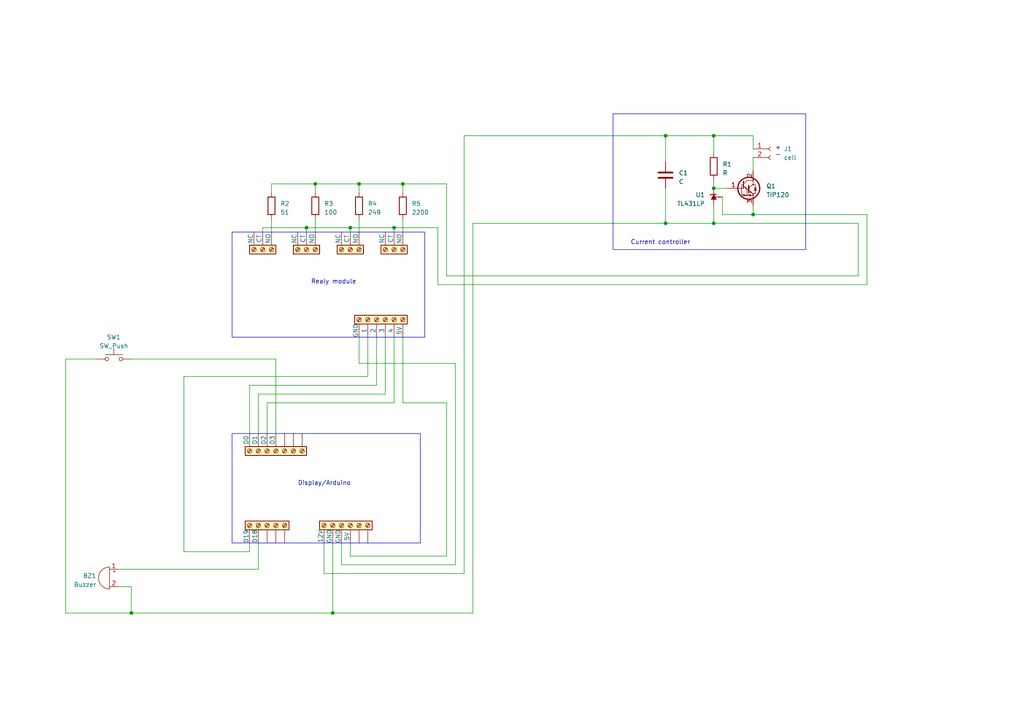
<source format=kicad_sch>
(kicad_sch (version 20230121) (generator eeschema)
  (paper "A4")
  (lib_symbols
    (symbol "Connector:Conn_01x02_Socket" (pin_names (offset 1.016) hide)
      (property "Reference" "J" (at 0 2.54 0))
      (property "Value" "Conn_01x02_Socket" (at 0 -5.08 0))
      (symbol "Conn_01x02_Socket_1_1"
        (arc (start 0 -2.032) (mid -0.5058 -2.54) (end 0 -3.048) (stroke (width 0.1524)))
        (polyline (pts (xy -1.27 -2.54) (xy -0.508 -2.54)) (stroke (width 0.1524)))
        (polyline (pts (xy -1.27 0) (xy -0.508 0)) (stroke (width 0.1524)))
        (arc (start 0 0.508) (mid -0.5058 0) (end 0 -0.508) (stroke (width 0.1524)))
        (pin passive line (at -5.08 0 0) (length 3.81) (name "Pin_1") (number "1"))
        (pin passive line (at -5.08 -2.54 0) (length 3.81) (name "Pin_2") (number "2"))
      )
    )
    (symbol "Connector:Screw_Terminal_01x05" (pin_numbers hide) (pin_names (offset 0))
      (property "Reference" "J12" (at 5.08 0 90))
      (symbol "Screw_Terminal_01x05_1_1"
        (rectangle (start -1.27 6.35) (end 1.27 -6.35) (stroke (width 0.254)) (fill (type background)))
        (circle (center 0 -5.08) (radius 0.635) (stroke (width 0.1524)))
        (circle (center 0 -2.54) (radius 0.635) (stroke (width 0.1524)))
        (polyline (pts (xy -0.5334 -4.7498) (xy 0.3302 -5.588)) (stroke (width 0.1524)))
        (polyline (pts (xy -0.5334 -2.2098) (xy 0.3302 -3.048)) (stroke (width 0.1524)))
        (polyline (pts (xy -0.5334 0.3302) (xy 0.3302 -0.508)) (stroke (width 0.1524)))
        (polyline (pts (xy -0.5334 2.8702) (xy 0.3302 2.032)) (stroke (width 0.1524)))
        (polyline (pts (xy -0.5334 5.4102) (xy 0.3302 4.572)) (stroke (width 0.1524)))
        (polyline (pts (xy -0.3556 -4.572) (xy 0.508 -5.4102)) (stroke (width 0.1524)))
        (polyline (pts (xy -0.3556 -2.032) (xy 0.508 -2.8702)) (stroke (width 0.1524)))
        (polyline (pts (xy -0.3556 0.508) (xy 0.508 -0.3302)) (stroke (width 0.1524)))
        (polyline (pts (xy -0.3556 3.048) (xy 0.508 2.2098)) (stroke (width 0.1524)))
        (polyline (pts (xy -0.3556 5.588) (xy 0.508 4.7498)) (stroke (width 0.1524)))
        (circle (center 0 0) (radius 0.635) (stroke (width 0.1524)))
        (circle (center 0 2.54) (radius 0.635) (stroke (width 0.1524)))
        (circle (center 0 5.08) (radius 0.635) (stroke (width 0.1524)))
        (pin passive line (at -5.08 5.08 0) (length 3.81) (name "D19") (number "1"))
        (pin passive line (at -5.08 2.54 0) (length 3.81) (name "D18") (number "2"))
        (pin passive line (at -5.08 0 0) (length 3.81) (name "") (number "3"))
        (pin passive line (at -5.08 -2.54 0) (length 3.81) (name "") (number "4"))
        (pin passive line (at -5.08 -5.08 0) (length 3.81) (name "") (number "5"))
      )
    )
    (symbol "Connector:Screw_Terminal_01x06" (pin_numbers hide) (pin_names (offset 0))
      (symbol "Screw_Terminal_01x06_1_1"
        (rectangle (start -1.27 6.35) (end 1.27 -8.89) (stroke (width 0.254)) (fill (type background)))
        (circle (center 0 -7.62) (radius 0.635) (stroke (width 0.1524)))
        (circle (center 0 -5.08) (radius 0.635) (stroke (width 0.1524)))
        (circle (center 0 -2.54) (radius 0.635) (stroke (width 0.1524)))
        (polyline (pts (xy -0.5334 -7.2898) (xy 0.3302 -8.128)) (stroke (width 0.1524)))
        (polyline (pts (xy -0.5334 -4.7498) (xy 0.3302 -5.588)) (stroke (width 0.1524)))
        (polyline (pts (xy -0.5334 -2.2098) (xy 0.3302 -3.048)) (stroke (width 0.1524)))
        (polyline (pts (xy -0.5334 0.3302) (xy 0.3302 -0.508)) (stroke (width 0.1524)))
        (polyline (pts (xy -0.5334 2.8702) (xy 0.3302 2.032)) (stroke (width 0.1524)))
        (polyline (pts (xy -0.5334 5.4102) (xy 0.3302 4.572)) (stroke (width 0.1524)))
        (polyline (pts (xy -0.3556 -7.112) (xy 0.508 -7.9502)) (stroke (width 0.1524)))
        (polyline (pts (xy -0.3556 -4.572) (xy 0.508 -5.4102)) (stroke (width 0.1524)))
        (polyline (pts (xy -0.3556 -2.032) (xy 0.508 -2.8702)) (stroke (width 0.1524)))
        (polyline (pts (xy -0.3556 0.508) (xy 0.508 -0.3302)) (stroke (width 0.1524)))
        (polyline (pts (xy -0.3556 3.048) (xy 0.508 2.2098)) (stroke (width 0.1524)))
        (polyline (pts (xy -0.3556 5.588) (xy 0.508 4.7498)) (stroke (width 0.1524)))
        (circle (center 0 0) (radius 0.635) (stroke (width 0.1524)))
        (circle (center 0 2.54) (radius 0.635) (stroke (width 0.1524)))
        (circle (center 0 5.08) (radius 0.635) (stroke (width 0.1524)))
        (pin passive line (at -5.08 5.08 0) (length 3.81) (name "GND") (number "1"))
        (pin passive line (at -5.08 2.54 0) (length 3.81) (name "1") (number "2"))
        (pin passive line (at -5.08 0 0) (length 3.81) (name "2") (number "3"))
        (pin passive line (at -5.08 -2.54 0) (length 3.81) (name "3") (number "4"))
        (pin passive line (at -5.08 -5.08 0) (length 3.81) (name "4") (number "5"))
        (pin passive line (at -5.08 -7.62 0) (length 3.81) (name "5V") (number "6"))
      )
    )
    (symbol "Connector:Screw_Terminal_01x07" (pin_numbers hide) (pin_names (offset 0))
      (symbol "Screw_Terminal_01x07_1_1"
        (rectangle (start -1.27 8.89) (end 1.27 -8.89) (stroke (width 0.254)) (fill (type background)))
        (circle (center 0 -7.62) (radius 0.635) (stroke (width 0.1524)))
        (circle (center 0 -5.08) (radius 0.635) (stroke (width 0.1524)))
        (circle (center 0 -2.54) (radius 0.635) (stroke (width 0.1524)))
        (polyline (pts (xy -0.5334 -7.2898) (xy 0.3302 -8.128)) (stroke (width 0.1524)))
        (polyline (pts (xy -0.5334 -4.7498) (xy 0.3302 -5.588)) (stroke (width 0.1524)))
        (polyline (pts (xy -0.5334 -2.2098) (xy 0.3302 -3.048)) (stroke (width 0.1524)))
        (polyline (pts (xy -0.5334 0.3302) (xy 0.3302 -0.508)) (stroke (width 0.1524)))
        (polyline (pts (xy -0.5334 2.8702) (xy 0.3302 2.032)) (stroke (width 0.1524)))
        (polyline (pts (xy -0.5334 5.4102) (xy 0.3302 4.572)) (stroke (width 0.1524)))
        (polyline (pts (xy -0.5334 7.9502) (xy 0.3302 7.112)) (stroke (width 0.1524)))
        (polyline (pts (xy -0.3556 -7.112) (xy 0.508 -7.9502)) (stroke (width 0.1524)))
        (polyline (pts (xy -0.3556 -4.572) (xy 0.508 -5.4102)) (stroke (width 0.1524)))
        (polyline (pts (xy -0.3556 -2.032) (xy 0.508 -2.8702)) (stroke (width 0.1524)))
        (polyline (pts (xy -0.3556 0.508) (xy 0.508 -0.3302)) (stroke (width 0.1524)))
        (polyline (pts (xy -0.3556 3.048) (xy 0.508 2.2098)) (stroke (width 0.1524)))
        (polyline (pts (xy -0.3556 5.588) (xy 0.508 4.7498)) (stroke (width 0.1524)))
        (polyline (pts (xy -0.3556 8.128) (xy 0.508 7.2898)) (stroke (width 0.1524)))
        (circle (center 0 0) (radius 0.635) (stroke (width 0.1524)))
        (circle (center 0 2.54) (radius 0.635) (stroke (width 0.1524)))
        (circle (center 0 5.08) (radius 0.635) (stroke (width 0.1524)))
        (circle (center 0 7.62) (radius 0.635) (stroke (width 0.1524)))
        (pin passive line (at -5.08 7.62 0) (length 3.81) (name "") (number "1"))
        (pin passive line (at -5.08 5.08 0) (length 3.81) (name "") (number "2"))
        (pin passive line (at -5.08 2.54 0) (length 3.81) (name "") (number "3"))
        (pin passive line (at -5.08 0 0) (length 3.81) (name "D3") (number "4"))
        (pin passive line (at -5.08 -2.54 0) (length 3.81) (name "D2") (number "5"))
        (pin passive line (at -5.08 -5.08 0) (length 3.81) (name "D1") (number "6"))
        (pin passive line (at -5.08 -7.62 0) (length 3.81) (name "D0") (number "7"))
      )
    )
    (symbol "Device:Buzzer" (pin_names (offset 0.0254) hide)
      (property "Reference" "BZ" (at 3.81 1.27 0))
      (property "Value" "Buzzer" (at 3.81 -1.27 0))
      (symbol "Buzzer_0_1"
        (arc (start 0 -3.175) (mid 3.1612 0) (end 0 3.175))
        (polyline (pts (xy -1.651 1.905) (xy -1.143 1.905)))
        (polyline (pts (xy -1.397 2.159) (xy -1.397 1.651)))
        (polyline (pts (xy 0 3.175) (xy 0 -3.175)))
      )
      (symbol "Buzzer_1_1"
        (pin passive line (at -2.54 2.54 0) (length 2.54) (name "-") (number "1"))
        (pin passive line (at -2.54 -2.54 0) (length 2.54) (name "+") (number "2"))
      )
    )
    (symbol "Device:C" (pin_numbers hide) (pin_names (offset 0.254))
      (property "Reference" "C" (at 0.635 2.54 0))
      (property "Value" "C" (at 0.635 -2.54 0))
      (symbol "C_0_1"
        (polyline (pts (xy -2.032 -0.762) (xy 2.032 -0.762)) (stroke (width 0.508)))
        (polyline (pts (xy -2.032 0.762) (xy 2.032 0.762)) (stroke (width 0.508)))
      )
      (symbol "C_1_1"
        (pin passive line (at 0 3.81 270) (length 2.794) (name "~") (number "1"))
        (pin passive line (at 0 -3.81 90) (length 2.794) (name "~") (number "2"))
      )
    )
    (symbol "Device:R" (pin_numbers hide) (pin_names (offset 0))
      (property "Reference" "R" (at 2.032 0 90))
      (property "Value" "R" (at 0 0 90))
      (symbol "R_0_1"
        (rectangle (start -1.016 -2.54) (end 1.016 2.54) (stroke (width 0.254)))
      )
      (symbol "R_1_1"
        (pin passive line (at 0 3.81 270) (length 1.27) (name "~") (number "1"))
        (pin passive line (at 0 -3.81 90) (length 1.27) (name "~") (number "2"))
      )
    )
    (symbol "Reference_Voltage:TL431LP" (pin_numbers hide) (pin_names hide)
      (property "Reference" "U" (at -2.54 2.54 0))
      (property "Value" "TL431LP" (at 0 -2.54 0))
      (symbol "TL431LP_0_1"
        (polyline (pts (xy -1.27 0) (xy 0 0) (xy 1.27 0)))
        (polyline (pts (xy -0.762 0.762) (xy 0.762 0) (xy -0.762 -0.762)) (fill (type outline)))
        (polyline (pts (xy 0.508 -1.016) (xy 0.762 -0.762) (xy 0.762 0.762) (xy 0.762 0.762)) (stroke (width 0.254)))
      )
      (symbol "TL431LP_1_1"
        (pin passive line (at 0 2.54 270) (length 2.54) (name "REF") (number "1"))
        (pin passive line (at -2.54 0 0) (length 2.54) (name "A") (number "2"))
        (pin passive line (at 2.54 0 180) (length 2.54) (name "K") (number "3"))
      )
    )
    (symbol "Screw_Terminal_01x03_1" (pin_numbers hide) (pin_names (offset 0))
      (property "Reference" "J4" (at -0.635 5.08 90))
      (symbol "Screw_Terminal_01x03_1_1_1"
        (rectangle (start -1.27 3.81) (end 1.27 -3.81) (stroke (width 0.254)) (fill (type background)))
        (circle (center 0 -2.54) (radius 0.635) (stroke (width 0.1524)))
        (polyline (pts (xy -0.5334 -2.2098) (xy 0.3302 -3.048)) (stroke (width 0.1524)))
        (polyline (pts (xy -0.5334 0.3302) (xy 0.3302 -0.508)) (stroke (width 0.1524)))
        (polyline (pts (xy -0.5334 2.8702) (xy 0.3302 2.032)) (stroke (width 0.1524)))
        (polyline (pts (xy -0.3556 -2.032) (xy 0.508 -2.8702)) (stroke (width 0.1524)))
        (polyline (pts (xy -0.3556 0.508) (xy 0.508 -0.3302)) (stroke (width 0.1524)))
        (polyline (pts (xy -0.3556 3.048) (xy 0.508 2.2098)) (stroke (width 0.1524)))
        (circle (center 0 0) (radius 0.635) (stroke (width 0.1524)))
        (circle (center 0 2.54) (radius 0.635) (stroke (width 0.1524)))
        (pin passive line (at -5.08 2.54 0) (length 3.81) (name "NO") (number "1"))
        (pin passive line (at -5.08 0 0) (length 3.81) (name "CT") (number "2"))
        (pin passive line (at -5.08 -2.54 0) (length 3.81) (name "NC") (number "3"))
      )
    )
    (symbol "Screw_Terminal_01x06_1" (pin_numbers hide) (pin_names (offset 0))
      (symbol "Screw_Terminal_01x06_1_1_1"
        (rectangle (start -1.27 6.35) (end 1.27 -8.89) (stroke (width 0.254)) (fill (type background)))
        (circle (center 0 -7.62) (radius 0.635) (stroke (width 0.1524)))
        (circle (center 0 -5.08) (radius 0.635) (stroke (width 0.1524)))
        (circle (center 0 -2.54) (radius 0.635) (stroke (width 0.1524)))
        (polyline (pts (xy -0.5334 -7.2898) (xy 0.3302 -8.128)) (stroke (width 0.1524)))
        (polyline (pts (xy -0.5334 -4.7498) (xy 0.3302 -5.588)) (stroke (width 0.1524)))
        (polyline (pts (xy -0.5334 -2.2098) (xy 0.3302 -3.048)) (stroke (width 0.1524)))
        (polyline (pts (xy -0.5334 0.3302) (xy 0.3302 -0.508)) (stroke (width 0.1524)))
        (polyline (pts (xy -0.5334 2.8702) (xy 0.3302 2.032)) (stroke (width 0.1524)))
        (polyline (pts (xy -0.5334 5.4102) (xy 0.3302 4.572)) (stroke (width 0.1524)))
        (polyline (pts (xy -0.3556 -7.112) (xy 0.508 -7.9502)) (stroke (width 0.1524)))
        (polyline (pts (xy -0.3556 -4.572) (xy 0.508 -5.4102)) (stroke (width 0.1524)))
        (polyline (pts (xy -0.3556 -2.032) (xy 0.508 -2.8702)) (stroke (width 0.1524)))
        (polyline (pts (xy -0.3556 0.508) (xy 0.508 -0.3302)) (stroke (width 0.1524)))
        (polyline (pts (xy -0.3556 3.048) (xy 0.508 2.2098)) (stroke (width 0.1524)))
        (polyline (pts (xy -0.3556 5.588) (xy 0.508 4.7498)) (stroke (width 0.1524)))
        (circle (center 0 0) (radius 0.635) (stroke (width 0.1524)))
        (circle (center 0 2.54) (radius 0.635) (stroke (width 0.1524)))
        (circle (center 0 5.08) (radius 0.635) (stroke (width 0.1524)))
        (pin passive line (at -5.08 5.08 0) (length 3.81) (name "12V") (number "1"))
        (pin passive line (at -5.08 2.54 0) (length 3.81) (name "GND") (number "2"))
        (pin passive line (at -5.08 0 0) (length 3.81) (name "GND") (number "3"))
        (pin passive line (at -5.08 -2.54 0) (length 3.81) (name "5V") (number "4"))
        (pin passive line (at -5.08 -5.08 0) (length 3.81) (name "") (number "5"))
        (pin passive line (at -5.08 -7.62 0) (length 3.81) (name "") (number "6"))
      )
    )
    (symbol "Switch:SW_Push" (pin_numbers hide) (pin_names (offset 1.016) hide)
      (property "Reference" "SW" (at 1.27 2.54 0))
      (property "Value" "SW_Push" (at 0 -1.524 0))
      (symbol "SW_Push_0_1"
        (circle (center -2.032 0) (radius 0.508))
        (polyline (pts (xy 0 1.27) (xy 0 3.048)))
        (polyline (pts (xy 2.54 1.27) (xy -2.54 1.27)))
        (circle (center 2.032 0) (radius 0.508))
        (pin passive line (at -5.08 0 0) (length 2.54) (name "1") (number "1"))
        (pin passive line (at 5.08 0 180) (length 2.54) (name "2") (number "2"))
      )
    )
    (symbol "Transistor_BJT:TIP120" (pin_names (offset 0) hide)
      (property "Reference" "Q" (at 5.08 1.905 0))
      (property "Value" "TIP120" (at 5.08 0 0))
      (symbol "TIP120_0_1"
        (circle (center -0.762 0) (radius 0.127))
        (polyline (pts (xy -1.27 0) (xy -0.889 0)))
        (polyline (pts (xy 2.54 -2.032) (xy 2.54 -2.54)))
        (polyline (pts (xy 2.54 -1.524) (xy 3.175 -1.524)))
        (polyline (pts (xy 2.794 0.127) (xy 3.556 0.127)))
        (polyline (pts (xy 3.175 -0.635) (xy 3.175 -1.524)))
        (polyline (pts (xy 3.175 1.016) (xy 2.54 1.016)))
        (polyline (pts (xy 3.175 1.016) (xy 3.175 0.127)))
        (polyline (pts (xy -0.254 0.762) (xy 0.762 -0.254) (xy 1.27 -0.254)))
        (polyline (pts (xy -0.254 1.016) (xy -0.762 1.016) (xy -0.762 -2.032)))
        (polyline (pts (xy -0.254 1.27) (xy 0.762 2.286) (xy 2.54 2.286)))
        (polyline (pts (xy -0.254 2.032) (xy -0.254 0) (xy -0.254 0)) (stroke (width 0.3048)))
        (polyline (pts (xy 1.27 0.762) (xy 1.27 -1.27) (xy 1.27 -1.27)) (stroke (width 0.381)))
        (polyline (pts (xy 0.635 -0.127) (xy 0.381 0.381) (xy 0.127 0.127) (xy 0.635 -0.127)))
        (polyline (pts (xy 1.27 -0.508) (xy 2.286 -1.524) (xy 2.54 -1.524) (xy 2.54 -2.032)))
        (polyline (pts (xy 1.27 0) (xy 2.286 1.016) (xy 2.54 1.016) (xy 2.54 2.286)))
        (polyline (pts (xy 2.159 -1.397) (xy 1.905 -0.889) (xy 1.651 -1.143) (xy 2.159 -1.397)))
        (polyline (pts (xy 3.175 0.127) (xy 2.794 -0.635) (xy 3.556 -0.635) (xy 3.175 0.127)) (fill (type outline)))
        (polyline (pts (xy 0.762 -2.032) (xy 0.381 -2.032) (xy 0.254 -2.286) (xy 0.127 -1.778) (xy 0 -2.286) (xy -0.127 -1.778) (xy -0.254 -2.286) (xy -0.381 -1.778) (xy -0.508 -2.032) (xy -0.762 -2.032)))
        (polyline (pts (xy 0.762 -0.254) (xy 0.762 -2.032) (xy 1.143 -2.032) (xy 1.27 -1.778) (xy 1.397 -2.286) (xy 1.524 -1.778) (xy 1.651 -2.286) (xy 1.778 -1.778) (xy 1.905 -2.286) (xy 2.032 -2.032) (xy 2.54 -2.032)))
        (circle (center 0.762 -2.032) (radius 0.127))
        (circle (center 0.762 -0.254) (radius 0.127))
        (circle (center 1.27 0) (radius 3.175) (stroke (width 0.3556)))
        (circle (center 2.54 -2.032) (radius 0.127))
        (circle (center 2.54 -1.524) (radius 0.127))
        (circle (center 2.54 1.016) (radius 0.127))
        (circle (center 2.54 2.286) (radius 0.127))
      )
      (symbol "TIP120_1_1"
        (pin input line (at -5.08 0 0) (length 3.81) (name "B") (number "1"))
        (pin passive line (at 2.54 5.08 270) (length 2.667) (name "C") (number "2"))
        (pin passive line (at 2.54 -5.08 90) (length 2.54) (name "E") (number "3"))
      )
    )
  )
  (junction (at 193.04 64.77))
  (junction (at 218.44 62.23))
  (junction (at 91.44 53.34))
  (junction (at 104.14 53.34))
  (junction (at 88.9 66.04))
  (junction (at 207.01 54.61))
  (junction (at 96.52 177.8))
  (junction (at 207.01 39.37))
  (junction (at 207.01 64.77))
  (junction (at 38.1 177.8))
  (junction (at 193.04 39.37))
  (junction (at 116.84 53.34))
  (junction (at 101.6 66.04))
  (junction (at 114.3 66.04))
  (wire (pts (xy 207.01 39.37) (xy 207.01 44.45)))
  (wire (pts (xy 127 66.04) (xy 114.3 66.04)))
  (wire (pts (xy 132.08 105.41) (xy 104.14 105.41)))
  (wire (pts (xy 74.93 114.3) (xy 111.76 114.3)))
  (wire (pts (xy 104.14 63.5) (xy 104.14 67.31)))
  (wire (pts (xy 38.1 104.14) (xy 80.01 104.14)))
  (wire (pts (xy 129.54 53.34) (xy 116.84 53.34)))
  (wire (pts (xy 193.04 39.37) (xy 207.01 39.37)))
  (wire (pts (xy 101.6 66.04) (xy 101.6 67.31)))
  (wire (pts (xy 137.16 177.8) (xy 96.52 177.8)))
  (wire (pts (xy 99.06 157.48) (xy 99.06 163.83)))
  (wire (pts (xy 34.29 170.18) (xy 38.1 170.18)))
  (wire (pts (xy 93.98 157.48) (xy 93.98 166.37)))
  (wire (pts (xy 207.01 64.77) (xy 248.92 64.77)))
  (wire (pts (xy 218.44 59.69) (xy 218.44 62.23)))
  (wire (pts (xy 77.47 125.73) (xy 77.47 116.84)))
  (wire (pts (xy 76.2 67.31) (xy 76.2 66.04)))
  (wire (pts (xy 88.9 66.04) (xy 88.9 67.31)))
  (wire (pts (xy 78.74 63.5) (xy 78.74 67.31)))
  (wire (pts (xy 19.05 104.14) (xy 27.94 104.14)))
  (wire (pts (xy 99.06 163.83) (xy 132.08 163.83)))
  (wire (pts (xy 106.68 109.22) (xy 106.68 97.79)))
  (wire (pts (xy 127 82.55) (xy 127 66.04)))
  (wire (pts (xy 38.1 170.18) (xy 38.1 177.8)))
  (wire (pts (xy 248.92 80.01) (xy 129.54 80.01)))
  (wire (pts (xy 218.44 39.37) (xy 218.44 43.18)))
  (wire (pts (xy 93.98 166.37) (xy 134.62 166.37)))
  (wire (pts (xy 114.3 116.84) (xy 114.3 97.79)))
  (wire (pts (xy 218.44 62.23) (xy 251.46 62.23)))
  (wire (pts (xy 88.9 66.04) (xy 101.6 66.04)))
  (wire (pts (xy 207.01 54.61) (xy 210.82 54.61)))
  (wire (pts (xy 104.14 53.34) (xy 116.84 53.34)))
  (wire (pts (xy 134.62 39.37) (xy 193.04 39.37)))
  (wire (pts (xy 207.01 59.69) (xy 207.01 64.77)))
  (wire (pts (xy 53.34 160.02) (xy 53.34 109.22)))
  (wire (pts (xy 91.44 53.34) (xy 91.44 55.88)))
  (wire (pts (xy 19.05 177.8) (xy 19.05 104.14)))
  (wire (pts (xy 132.08 163.83) (xy 132.08 105.41)))
  (wire (pts (xy 101.6 161.29) (xy 129.54 161.29)))
  (wire (pts (xy 91.44 63.5) (xy 91.44 67.31)))
  (wire (pts (xy 77.47 116.84) (xy 114.3 116.84)))
  (wire (pts (xy 207.01 39.37) (xy 218.44 39.37)))
  (wire (pts (xy 193.04 54.61) (xy 193.04 64.77)))
  (wire (pts (xy 74.93 125.73) (xy 74.93 114.3)))
  (wire (pts (xy 129.54 116.84) (xy 116.84 116.84)))
  (wire (pts (xy 96.52 177.8) (xy 38.1 177.8)))
  (wire (pts (xy 209.55 62.23) (xy 218.44 62.23)))
  (wire (pts (xy 104.14 105.41) (xy 104.14 97.79)))
  (wire (pts (xy 114.3 66.04) (xy 114.3 67.31)))
  (wire (pts (xy 116.84 63.5) (xy 116.84 67.31)))
  (wire (pts (xy 78.74 55.88) (xy 78.74 53.34)))
  (wire (pts (xy 207.01 52.07) (xy 207.01 54.61)))
  (wire (pts (xy 134.62 166.37) (xy 134.62 39.37)))
  (wire (pts (xy 101.6 66.04) (xy 114.3 66.04)))
  (wire (pts (xy 116.84 53.34) (xy 116.84 55.88)))
  (wire (pts (xy 80.01 104.14) (xy 80.01 125.73)))
  (wire (pts (xy 218.44 45.72) (xy 218.44 49.53)))
  (wire (pts (xy 78.74 53.34) (xy 91.44 53.34)))
  (wire (pts (xy 91.44 53.34) (xy 104.14 53.34)))
  (wire (pts (xy 251.46 82.55) (xy 127 82.55)))
  (wire (pts (xy 74.93 157.48) (xy 74.93 165.1)))
  (wire (pts (xy 109.22 111.76) (xy 109.22 97.79)))
  (wire (pts (xy 76.2 66.04) (xy 88.9 66.04)))
  (wire (pts (xy 72.39 160.02) (xy 53.34 160.02)))
  (wire (pts (xy 74.93 165.1) (xy 34.29 165.1)))
  (wire (pts (xy 72.39 111.76) (xy 109.22 111.76)))
  (wire (pts (xy 72.39 125.73) (xy 72.39 111.76)))
  (wire (pts (xy 137.16 64.77) (xy 193.04 64.77)))
  (wire (pts (xy 116.84 116.84) (xy 116.84 97.79)))
  (wire (pts (xy 251.46 82.55) (xy 251.46 62.23)))
  (wire (pts (xy 248.92 80.01) (xy 248.92 64.77)))
  (wire (pts (xy 193.04 39.37) (xy 193.04 46.99)))
  (wire (pts (xy 101.6 157.48) (xy 101.6 161.29)))
  (wire (pts (xy 111.76 114.3) (xy 111.76 97.79)))
  (wire (pts (xy 72.39 157.48) (xy 72.39 160.02)))
  (wire (pts (xy 96.52 157.48) (xy 96.52 177.8)))
  (wire (pts (xy 104.14 53.34) (xy 104.14 55.88)))
  (wire (pts (xy 38.1 177.8) (xy 19.05 177.8)))
  (wire (pts (xy 137.16 64.77) (xy 137.16 177.8)))
  (wire (pts (xy 209.55 57.15) (xy 209.55 62.23)))
  (wire (pts (xy 129.54 80.01) (xy 129.54 53.34)))
  (wire (pts (xy 129.54 161.29) (xy 129.54 116.84)))
  (wire (pts (xy 53.34 109.22) (xy 106.68 109.22)))
  (wire (pts (xy 193.04 64.77) (xy 207.01 64.77)))
  (rectangle (start 67.31 67.31) (end 123.19 97.79))
  (rectangle (start 177.8 33.02) (end 233.68 72.39))
  (rectangle (start 67.31 125.73) (end 121.92 157.48))
  (text "Current controller" (at 182.88 71.12 0) (effects (font (size 1.27 1.27)) (justify left bottom)))
  (text "Display/Arduino" (at 86.36 140.97 0) (effects (font (size 1.27 1.27)) (justify left bottom)))
  (text "Realy module" (at 90.17 82.55 0) (effects (font (size 1.27 1.27)) (justify left bottom)))
  (text "+\n-" (at 224.79 45.72 0) (effects (font (size 1.27 1.27)) (justify left bottom)))
  (symbol (lib_id "Device:Buzzer") (at 31.75 167.64 0) (mirror y) (unit 1)
    (property "Reference" "BZ1" (at 27.94 167.005 0) (effects (justify left)))
    (property "Value" "Buzzer" (at 27.94 169.545 0) (effects (justify left)))
  )
  (symbol (lib_id "Device:R") (at 116.84 59.69 0) (unit 1)
    (property "Reference" "R5" (at 119.38 59.055 0) (effects (justify left)))
    (property "Value" "2200" (at 119.38 61.595 0) (effects (justify left)))
  )
  (symbol (lib_id "Connector:Screw_Terminal_01x06") (at 109.22 92.71 90) (unit 1)
    (property "Reference" "J9" (effects hide))
    (property "Value" "Screw_Terminal_01x06" (effects hide))
  )
  (symbol (lib_id "Device:R") (at 207.01 48.26 0) (unit 1)
    (property "Reference" "R1" (at 209.55 47.625 0) (effects (justify left)))
    (property "Value" "R" (at 209.55 50.165 0) (effects (justify left)))
  )
  (symbol (lib_name "Screw_Terminal_01x03_1") (lib_id "Connector:Screw_Terminal_01x03") (at 76.2 72.39 270) (unit 1)
    (property "Reference" "J4" (effects hide))
    (property "Value" "Screw_Terminal_01x03" (effects hide))
  )
  (symbol (lib_id "Device:R") (at 78.74 59.69 0) (unit 1)
    (property "Reference" "R2" (at 81.28 59.055 0) (effects (justify left)))
    (property "Value" "51" (at 81.28 61.595 0) (effects (justify left)))
  )
  (symbol (lib_name "Screw_Terminal_01x03_1") (lib_id "Connector:Screw_Terminal_01x03") (at 101.6 72.39 270) (unit 1)
    (property "Reference" "J6" (effects hide))
    (property "Value" "Screw_Terminal_01x03" (effects hide))
  )
  (symbol (lib_id "Transistor_BJT:TIP120") (at 215.9 54.61 0) (unit 1)
    (property "Reference" "Q1" (at 222.25 53.975 0) (effects (justify left)))
    (property "Value" "TIP120" (at 222.25 56.515 0) (effects (justify left)))
    (property "Footprint" "Package_TO_SOT_THT:TO-220-3_Vertical" (effects hide))
    (property "Datasheet" "https://www.onsemi.com/pub/Collateral/TIP120-D.PDF" (effects hide))
  )
  (symbol (lib_name "Screw_Terminal_01x03_1") (lib_id "Connector:Screw_Terminal_01x03") (at 114.3 72.39 270) (unit 1)
    (property "Reference" "J7" (effects hide))
    (property "Value" "Screw_Terminal_01x03" (effects hide))
  )
  (symbol (lib_name "Screw_Terminal_01x03_1") (lib_id "Connector:Screw_Terminal_01x03") (at 88.9 72.39 270) (unit 1)
    (property "Reference" "J5" (effects hide))
    (property "Value" "Screw_Terminal_01x03" (effects hide))
  )
  (symbol (lib_name "Screw_Terminal_01x06_1") (lib_id "Connector:Screw_Terminal_01x06") (at 99.06 152.4 90) (unit 1)
    (property "Reference" "J11" (effects hide))
    (property "Value" "Screw_Terminal_01x06" (effects hide))
  )
  (symbol (lib_id "Device:R") (at 104.14 59.69 0) (unit 1)
    (property "Reference" "R4" (at 106.68 59.055 0) (effects (justify left)))
    (property "Value" "249" (at 106.68 61.595 0) (effects (justify left)))
  )
  (symbol (lib_id "Device:R") (at 91.44 59.69 0) (unit 1)
    (property "Reference" "R3" (at 93.98 59.055 0) (effects (justify left)))
    (property "Value" "100" (at 93.98 61.595 0) (effects (justify left)))
  )
  (symbol (lib_id "Connector:Conn_01x02_Socket") (at 223.52 43.18 0) (unit 1)
    (property "Reference" "J1" (at 227.33 43.18 0) (effects (justify left)))
    (property "Value" "cell" (at 227.33 45.72 0) (effects (justify left)))
  )
  (symbol (lib_id "Connector:Screw_Terminal_01x05") (at 77.47 152.4 90) (unit 1)
    (property "Reference" "J12" (effects hide))
    (property "Value" "Screw_Terminal_01x05" (effects hide))
  )
  (symbol (lib_id "Device:C") (at 193.04 50.8 0) (unit 1)
    (property "Reference" "C1" (at 196.85 50.165 0) (effects (justify left)))
    (property "Value" "C" (at 196.85 52.705 0) (effects (justify left)))
  )
  (symbol (lib_id "Reference_Voltage:TL431LP") (at 207.01 57.15 270) (mirror x) (unit 1)
    (property "Reference" "U1" (at 204.47 56.515 90) (effects (justify right)))
    (property "Value" "TL431LP" (at 204.47 59.055 90) (effects (justify right)))
    (property "Footprint" "Package_TO_SOT_THT:TO-92_Inline" (effects hide))
    (property "Datasheet" "http://www.ti.com/lit/ds/symlink/tl431.pdf" (effects hide))
  )
  (symbol (lib_id "Connector:Screw_Terminal_01x07") (at 80.01 130.81 270) (unit 1)
    (property "Reference" "J10" (effects hide))
    (property "Value" "Screw_Terminal_01x07" (effects hide))
  )
  (symbol (lib_id "Switch:SW_Push") (at 33.02 104.14 0) (unit 1)
    (property "Reference" "SW1" (at 33.02 97.79 0))
    (property "Value" "SW_Push" (at 33.02 100.33 0))
  )
)
</source>
